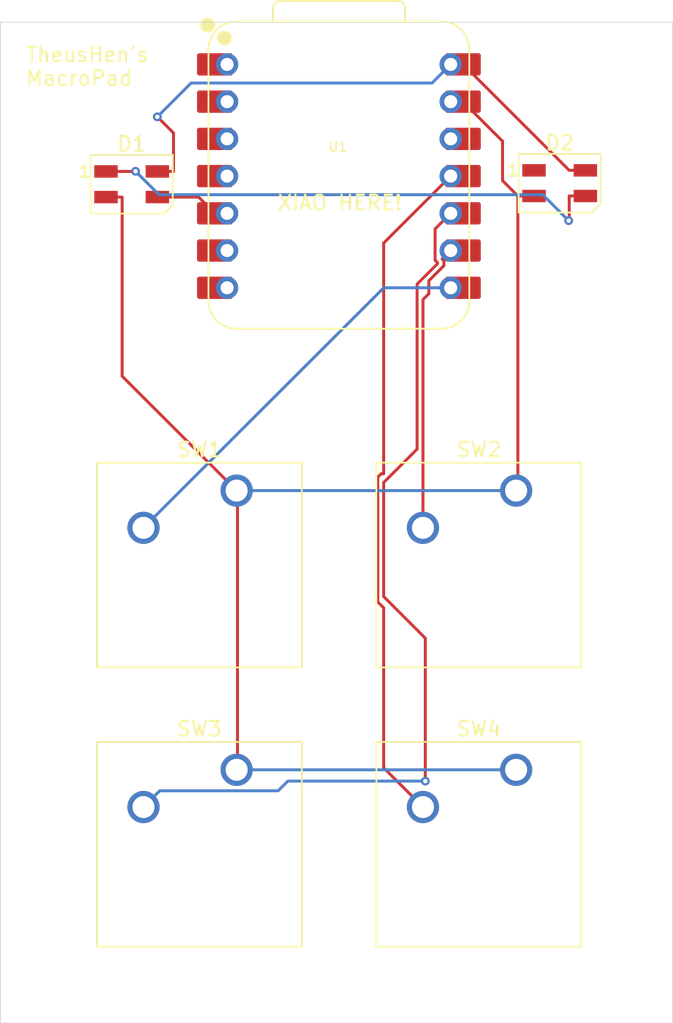
<source format=kicad_pcb>
(kicad_pcb (version 20241229) (generator "pcbnew") (generator_version "9.0")
  (layers (0 "F.Cu" signal) (2 "B.Cu" signal) (13 "F.Paste" user) (15 "B.Paste" user) (5 "F.SilkS" user "F.Silkscreen") (7 "B.SilkS" user "B.Silkscreen") (1 "F.Mask" user) (3 "B.Mask" user) (25 "Edge.Cuts" user))
  (net 0 "")
  (net 1 "Net-(D1-DIN)")
  (net 2 "+5V")
  (net 3 "GND")
  (net 4 "Net-(D1-DOUT)")
  (net 6 "Net-(U1-GPIO1{slash}RX)")
  (net 7 "Net-(U1-GPIO2{slash}SCK)")
  (net 8 "Net-(U1-GPIO4{slash}MISO)")
  (net 9 "Net-(U1-GPIO3{slash}MOSI)")
  (net 10 "unconnected-(U1-GPIO7{slash}SCL-Pad6)")
  (net 11 "unconnected-(U1-GPIO27{slash}ADC1{slash}A1-Pad2)")
  (net 12 "unconnected-(U1-GPIO28{slash}ADC2{slash}A2-Pad3)")
  (net 13 "unconnected-(U1-GPIO26{slash}ADC0{slash}A0-Pad1)")
  (net 14 "unconnected-(U1-3V3-Pad12)")
  (net 15 "unconnected-(U1-GPIO0{slash}TX-Pad7)")
  (net 16 "unconnected-(U1-GPIO29{slash}ADC3{slash}A3-Pad4)")
  (footprint "Button_Switch_Keyboard:SW_Cherry_MX_1.00u_PCB" (layer "F.Cu") (at 170.18 95.25)
    (property "Reference" "SW4" (at -2.54 -2.794 0) (layer "F.SilkS"))
    (property "Value" "SW_Push")
    (fp_line (start -9.525 -1.905) (end 4.445 -1.905) (stroke (width 0.12)) (layer "F.SilkS"))
    (fp_line (start -9.525 12.065) (end -9.525 -1.905) (stroke (width 0.12)) (layer "F.SilkS"))
    (fp_line (start 4.445 -1.905) (end 4.445 12.065) (stroke (width 0.12)) (layer "F.SilkS"))
    (fp_line (start 4.445 12.065) (end -9.525 12.065) (stroke (width 0.12)) (layer "F.SilkS"))
    (pad "" np_thru_hole circle (at -7.62 5.08) (size 1.7 1.7) (drill 1.7) (layers "*.Cu" "*.Mask"))
    (pad "" np_thru_hole circle (at -2.54 5.08) (size 4 4) (drill 4) (layers "*.Cu" "*.Mask"))
    (pad "" np_thru_hole circle (at 2.54 5.08) (size 1.7 1.7) (drill 1.7) (layers "*.Cu" "*.Mask"))
    (pad "1" thru_hole circle (at 0 0) (size 2.2 2.2) (drill 1.5) (layers "*.Cu" "*.Mask") (net 3 "GND"))
    (pad "2" thru_hole circle (at -6.35 2.54) (size 2.2 2.2) (drill 1.5) (layers "*.Cu" "*.Mask") (net 9 "Net-(U1-GPIO3{slash}MOSI)"))
  )
  (footprint "Button_Switch_Keyboard:SW_Cherry_MX_1.00u_PCB" (layer "F.Cu") (at 151.13 95.25)
    (property "Reference" "SW3" (at -2.54 -2.794 0) (layer "F.SilkS"))
    (property "Value" "SW_Push")
    (fp_line (start -9.525 -1.905) (end 4.445 -1.905) (stroke (width 0.12)) (layer "F.SilkS"))
    (fp_line (start -9.525 12.065) (end -9.525 -1.905) (stroke (width 0.12)) (layer "F.SilkS"))
    (fp_line (start 4.445 -1.905) (end 4.445 12.065) (stroke (width 0.12)) (layer "F.SilkS"))
    (fp_line (start 4.445 12.065) (end -9.525 12.065) (stroke (width 0.12)) (layer "F.SilkS"))
    (pad "" np_thru_hole circle (at -7.62 5.08) (size 1.7 1.7) (drill 1.7) (layers "*.Cu" "*.Mask"))
    (pad "" np_thru_hole circle (at -2.54 5.08) (size 4 4) (drill 4) (layers "*.Cu" "*.Mask"))
    (pad "" np_thru_hole circle (at 2.54 5.08) (size 1.7 1.7) (drill 1.7) (layers "*.Cu" "*.Mask"))
    (pad "1" thru_hole circle (at 0 0) (size 2.2 2.2) (drill 1.5) (layers "*.Cu" "*.Mask") (net 3 "GND"))
    (pad "2" thru_hole circle (at -6.35 2.54) (size 2.2 2.2) (drill 1.5) (layers "*.Cu" "*.Mask") (net 8 "Net-(U1-GPIO4{slash}MISO)"))
  )
  (footprint "Button_Switch_Keyboard:SW_Cherry_MX_1.00u_PCB" (layer "F.Cu") (at 170.18 76.2)
    (property "Reference" "SW2" (at -2.54 -2.794 0) (layer "F.SilkS"))
    (property "Value" "SW_Push")
    (fp_line (start -9.525 -1.905) (end 4.445 -1.905) (stroke (width 0.12)) (layer "F.SilkS"))
    (fp_line (start -9.525 12.065) (end -9.525 -1.905) (stroke (width 0.12)) (layer "F.SilkS"))
    (fp_line (start 4.445 -1.905) (end 4.445 12.065) (stroke (width 0.12)) (layer "F.SilkS"))
    (fp_line (start 4.445 12.065) (end -9.525 12.065) (stroke (width 0.12)) (layer "F.SilkS"))
    (pad "" np_thru_hole circle (at -7.62 5.08) (size 1.7 1.7) (drill 1.7) (layers "*.Cu" "*.Mask"))
    (pad "" np_thru_hole circle (at -2.54 5.08) (size 4 4) (drill 4) (layers "*.Cu" "*.Mask"))
    (pad "" np_thru_hole circle (at 2.54 5.08) (size 1.7 1.7) (drill 1.7) (layers "*.Cu" "*.Mask"))
    (pad "1" thru_hole circle (at 0 0) (size 2.2 2.2) (drill 1.5) (layers "*.Cu" "*.Mask") (net 3 "GND"))
    (pad "2" thru_hole circle (at -6.35 2.54) (size 2.2 2.2) (drill 1.5) (layers "*.Cu" "*.Mask") (net 7 "Net-(U1-GPIO2{slash}SCK)"))
  )
  (footprint "LED_SMD:LED_SK6812MINI_PLCC4_3.5x3.5mm_P1.75mm" (layer "F.Cu") (at 173.15 55.225)
    (property "Reference" "D2" (at 0 -2.75 0) (layer "F.SilkS"))
    (property "Value" "SK6812MINI")
    (fp_line (start -2.8 -2) (end -2.8 2) (stroke (width 0.12)) (layer "F.SilkS"))
    (fp_line (start -2.8 -2) (end 2.8 -2) (stroke (width 0.12)) (layer "F.SilkS"))
    (fp_line (start -2.8 2) (end 2.2 2) (stroke (width 0.12)) (layer "F.SilkS"))
    (fp_line (start 2.8 1.4) (end 2.2 2) (stroke (width 0.12)) (layer "F.SilkS"))
    (fp_line (start 2.8 1.4) (end 2.8 -2) (stroke (width 0.12)) (layer "F.SilkS"))
    (fp_text user "1" (at -3.2 -0.875 0) (layer "F.SilkS") (effects (font (size 0.8 0.8))))
    (pad "1" smd rect (at -1.75 -0.875) (size 1.6 0.85) (layers "F.Cu" "F.Mask" "F.Paste"))
    (pad "2" smd rect (at -1.75 0.875) (size 1.6 0.85) (layers "F.Cu" "F.Mask" "F.Paste") (net 3 "GND"))
    (pad "3" smd rect (at 1.75 0.875) (size 1.6 0.85) (layers "F.Cu" "F.Mask" "F.Paste") (net 4 "Net-(D1-DOUT)"))
    (pad "4" smd rect (at 1.75 -0.875) (size 1.6 0.85) (layers "F.Cu" "F.Mask" "F.Paste") (net 2 "+5V"))
  )
  (footprint "OPL:XIAO-RP2040-DIP" (layer "F.Cu") (at 158.1 54.7435)
    (property "Reference" "U1" (at -0.075 -1.9935 0) (layer "F.SilkS") (effects (font (size 0.635 0.635) (thickness 0.1016))))
    (property "Value" "XIAO-RP2040-DIP")
    (fp_line (start -8.89 8.509) (end -8.89 -8.636) (stroke (width 0.127)) (layer "F.SilkS"))
    (fp_line (start -6.985 10.414) (end 6.985 10.414) (stroke (width 0.127)) (layer "F.SilkS"))
    (fp_line (start -4.495 -10.541) (end -4.491272 -11.451272) (stroke (width 0.127)) (layer "F.SilkS"))
    (fp_line (start -3.991272 -11.951) (end 4.004 -11.951) (stroke (width 0.127)) (layer "F.SilkS"))
    (fp_line (start 4.504 -11.451) (end 4.504 -10.541) (stroke (width 0.127)) (layer "F.SilkS"))
    (fp_line (start 6.985 -10.541) (end -6.985 -10.541) (stroke (width 0.1)) (layer "F.SilkS"))
    (fp_line (start 6.985 -10.541) (end -6.985 -10.541) (stroke (width 0.127)) (layer "F.SilkS"))
    (fp_line (start 8.89 8.509) (end 8.89 -8.636) (stroke (width 0.127)) (layer "F.SilkS"))
    (fp_arc (start -8.89 -8.636) (mid -8.332038 -9.983038) (end -6.985 -10.541) (stroke (width 0.127)) (layer "F.SilkS"))
    (fp_arc (start -6.985 10.414) (mid -8.332038 9.856038) (end -8.89 8.509) (stroke (width 0.127)) (layer "F.SilkS"))
    (fp_arc (start -4.491272 -11.451272) (mid -4.344728 -11.80464) (end -3.991272 -11.951) (stroke (width 0.127)) (layer "F.SilkS"))
    (fp_arc (start 4.004 -11.951) (mid 4.357553 -11.804553) (end 4.504 -11.451) (stroke (width 0.127)) (layer "F.SilkS"))
    (fp_arc (start 6.985 -10.541) (mid 8.332038 -9.983038) (end 8.89 -8.636) (stroke (width 0.127)) (layer "F.SilkS"))
    (fp_arc (start 8.89 8.509) (mid 8.332038 9.856038) (end 6.985 10.414) (stroke (width 0.127)) (layer "F.SilkS"))
    (fp_circle (center -8.95 -10.3) (end -8.95 -10.554) (stroke (width 0.5)) (fill yes) (layer "F.SilkS"))
    (fp_circle (center -7.807 -9.42) (end -7.807 -9.674) (stroke (width 0.5)) (fill yes) (layer "F.SilkS"))
    (pad "1" smd roundrect (at -8.455 -7.62 180) (size 2.432 1.524) (layers "F.Cu" "F.Mask") (roundrect_rratio 0.1) (net 13 "unconnected-(U1-GPIO26{slash}ADC0{slash}A0-Pad1)"))
    (pad "1" thru_hole circle (at -7.62 -7.62 180) (size 1.524 1.524) (drill 0.889) (layers "*.Cu" "*.Mask") (net 13 "unconnected-(U1-GPIO26{slash}ADC0{slash}A0-Pad1)"))
    (pad "2" smd roundrect (at -8.455 -5.08 180) (size 2.432 1.524) (layers "F.Cu" "F.Mask") (roundrect_rratio 0.1) (net 11 "unconnected-(U1-GPIO27{slash}ADC1{slash}A1-Pad2)"))
    (pad "2" thru_hole circle (at -7.62 -5.08 180) (size 1.524 1.524) (drill 0.889) (layers "*.Cu" "*.Mask") (net 11 "unconnected-(U1-GPIO27{slash}ADC1{slash}A1-Pad2)"))
    (pad "3" smd roundrect (at -8.455 -2.54 180) (size 2.432 1.524) (layers "F.Cu" "F.Mask") (roundrect_rratio 0.1) (net 12 "unconnected-(U1-GPIO28{slash}ADC2{slash}A2-Pad3)"))
    (pad "3" thru_hole circle (at -7.62 -2.54 180) (size 1.524 1.524) (drill 0.889) (layers "*.Cu" "*.Mask") (net 12 "unconnected-(U1-GPIO28{slash}ADC2{slash}A2-Pad3)"))
    (pad "4" smd roundrect (at -8.455 0 180) (size 2.432 1.524) (layers "F.Cu" "F.Mask") (roundrect_rratio 0.1) (net 16 "unconnected-(U1-GPIO29{slash}ADC3{slash}A3-Pad4)"))
    (pad "4" thru_hole circle (at -7.62 0 180) (size 1.524 1.524) (drill 0.889) (layers "*.Cu" "*.Mask") (net 16 "unconnected-(U1-GPIO29{slash}ADC3{slash}A3-Pad4)"))
    (pad "5" smd roundrect (at -8.455 2.54 180) (size 2.432 1.524) (layers "F.Cu" "F.Mask") (roundrect_rratio 0.1) (net 1 "Net-(D1-DIN)"))
    (pad "5" thru_hole circle (at -7.62 2.54 180) (size 1.524 1.524) (drill 0.889) (layers "*.Cu" "*.Mask") (net 1 "Net-(D1-DIN)"))
    (pad "6" smd roundrect (at -8.455 5.08 180) (size 2.432 1.524) (layers "F.Cu" "F.Mask") (roundrect_rratio 0.1) (net 10 "unconnected-(U1-GPIO7{slash}SCL-Pad6)"))
    (pad "6" thru_hole circle (at -7.62 5.08 180) (size 1.524 1.524) (drill 0.889) (layers "*.Cu" "*.Mask") (net 10 "unconnected-(U1-GPIO7{slash}SCL-Pad6)"))
    (pad "7" smd roundrect (at -8.455 7.62 180) (size 2.432 1.524) (layers "F.Cu" "F.Mask") (roundrect_rratio 0.1) (net 15 "unconnected-(U1-GPIO0{slash}TX-Pad7)"))
    (pad "7" thru_hole circle (at -7.62 7.62 180) (size 1.524 1.524) (drill 0.889) (layers "*.Cu" "*.Mask") (net 15 "unconnected-(U1-GPIO0{slash}TX-Pad7)"))
    (pad "8" thru_hole circle (at 7.62 7.62) (size 1.524 1.524) (drill 0.889) (layers "*.Cu" "*.Mask") (net 6 "Net-(U1-GPIO1{slash}RX)"))
    (pad "8" smd roundrect (at 8.455 7.62) (size 2.432 1.524) (layers "F.Cu" "F.Mask") (roundrect_rratio 0.1) (net 6 "Net-(U1-GPIO1{slash}RX)"))
    (pad "9" thru_hole circle (at 7.62 5.08) (size 1.524 1.524) (drill 0.889) (layers "*.Cu" "*.Mask") (net 7 "Net-(U1-GPIO2{slash}SCK)"))
    (pad "9" smd roundrect (at 8.455 5.08) (size 2.432 1.524) (layers "F.Cu" "F.Mask") (roundrect_rratio 0.1) (net 7 "Net-(U1-GPIO2{slash}SCK)"))
    (pad "10" thru_hole circle (at 7.62 2.54) (size 1.524 1.524) (drill 0.889) (layers "*.Cu" "*.Mask") (net 8 "Net-(U1-GPIO4{slash}MISO)"))
    (pad "10" smd roundrect (at 8.455 2.54) (size 2.432 1.524) (layers "F.Cu" "F.Mask") (roundrect_rratio 0.1) (net 8 "Net-(U1-GPIO4{slash}MISO)"))
    (pad "11" thru_hole circle (at 7.62 0) (size 1.524 1.524) (drill 0.889) (layers "*.Cu" "*.Mask") (net 9 "Net-(U1-GPIO3{slash}MOSI)"))
    (pad "11" smd roundrect (at 8.455 0) (size 2.432 1.524) (layers "F.Cu" "F.Mask") (roundrect_rratio 0.1) (net 9 "Net-(U1-GPIO3{slash}MOSI)"))
    (pad "12" thru_hole circle (at 7.62 -2.54) (size 1.524 1.524) (drill 0.889) (layers "*.Cu" "*.Mask") (net 14 "unconnected-(U1-3V3-Pad12)"))
    (pad "12" smd roundrect (at 8.455 -2.54) (size 2.432 1.524) (layers "F.Cu" "F.Mask") (roundrect_rratio 0.1) (net 14 "unconnected-(U1-3V3-Pad12)"))
    (pad "13" thru_hole circle (at 7.62 -5.08) (size 1.524 1.524) (drill 0.889) (layers "*.Cu" "*.Mask") (net 3 "GND"))
    (pad "13" smd roundrect (at 8.455 -5.08) (size 2.432 1.524) (layers "F.Cu" "F.Mask") (roundrect_rratio 0.1) (net 3 "GND"))
    (pad "14" thru_hole circle (at 7.62 -7.62) (size 1.524 1.524) (drill 0.889) (layers "*.Cu" "*.Mask") (net 2 "+5V"))
    (pad "14" smd roundrect (at 8.455 -7.62) (size 2.432 1.524) (layers "F.Cu" "F.Mask") (roundrect_rratio 0.1) (net 2 "+5V"))
  )
  (footprint "Button_Switch_Keyboard:SW_Cherry_MX_1.00u_PCB" (layer "F.Cu") (at 151.13 76.2)
    (property "Reference" "SW1" (at -2.54 -2.794 0) (layer "F.SilkS"))
    (property "Value" "SW_Push")
    (fp_line (start -9.525 -1.905) (end 4.445 -1.905) (stroke (width 0.12)) (layer "F.SilkS"))
    (fp_line (start -9.525 12.065) (end -9.525 -1.905) (stroke (width 0.12)) (layer "F.SilkS"))
    (fp_line (start 4.445 -1.905) (end 4.445 12.065) (stroke (width 0.12)) (layer "F.SilkS"))
    (fp_line (start 4.445 12.065) (end -9.525 12.065) (stroke (width 0.12)) (layer "F.SilkS"))
    (pad "" np_thru_hole circle (at -7.62 5.08) (size 1.7 1.7) (drill 1.7) (layers "*.Cu" "*.Mask"))
    (pad "" np_thru_hole circle (at -2.54 5.08) (size 4 4) (drill 4) (layers "*.Cu" "*.Mask"))
    (pad "" np_thru_hole circle (at 2.54 5.08) (size 1.7 1.7) (drill 1.7) (layers "*.Cu" "*.Mask"))
    (pad "1" thru_hole circle (at 0 0) (size 2.2 2.2) (drill 1.5) (layers "*.Cu" "*.Mask") (net 3 "GND"))
    (pad "2" thru_hole circle (at -6.35 2.54) (size 2.2 2.2) (drill 1.5) (layers "*.Cu" "*.Mask") (net 6 "Net-(U1-GPIO1{slash}RX)"))
  )
  (footprint "LED_SMD:LED_SK6812MINI_PLCC4_3.5x3.5mm_P1.75mm" (layer "F.Cu") (at 143.975 55.3)
    (property "Reference" "D1" (at 0 -2.75 0) (layer "F.SilkS"))
    (property "Value" "SK6812MINI")
    (fp_line (start -2.8 -2) (end -2.8 2) (stroke (width 0.12)) (layer "F.SilkS"))
    (fp_line (start -2.8 -2) (end 2.8 -2) (stroke (width 0.12)) (layer "F.SilkS"))
    (fp_line (start -2.8 2) (end 2.2 2) (stroke (width 0.12)) (layer "F.SilkS"))
    (fp_line (start 2.8 1.4) (end 2.2 2) (stroke (width 0.12)) (layer "F.SilkS"))
    (fp_line (start 2.8 1.4) (end 2.8 -2) (stroke (width 0.12)) (layer "F.SilkS"))
    (fp_text user "1" (at -3.2 -0.875 0) (layer "F.SilkS") (effects (font (size 0.8 0.8))))
    (pad "1" smd rect (at -1.75 -0.875) (size 1.6 0.85) (layers "F.Cu" "F.Mask" "F.Paste") (net 4 "Net-(D1-DOUT)"))
    (pad "2" smd rect (at -1.75 0.875) (size 1.6 0.85) (layers "F.Cu" "F.Mask" "F.Paste") (net 3 "GND"))
    (pad "3" smd rect (at 1.75 0.875) (size 1.6 0.85) (layers "F.Cu" "F.Mask" "F.Paste") (net 1 "Net-(D1-DIN)"))
    (pad "4" smd rect (at 1.75 -0.875) (size 1.6 0.85) (layers "F.Cu" "F.Mask" "F.Paste") (net 2 "+5V"))
  )
  (gr_rect (start 135.025 44.25) (end 180.85 112.525) (stroke (width 0.05)) (fill no) (layer "Edge.Cuts"))
  (gr_text "XIAO HERE!" (at 153.85 57.15 0) (layer "F.SilkS") (effects (font (size 1 1)) (justify left bottom)))
  (gr_text "TheusHen's\nMacroPad" (at 136.675 48.65 0) (layer "F.SilkS") (effects (font (size 1 1)) (justify left bottom)))
  (segment (start 145.725 56.175) (end 148.5365 56.175) (width 0.2) (layer "F.Cu") (net 1))
  (segment (start 148.5365 56.175) (end 149.645 57.2835) (width 0.2) (layer "F.Cu") (net 1))
  (segment (start 150.48 57.2835) (end 149.645 57.2835) (width 0.2) (layer "F.Cu") (net 1))
  (segment (start 165.72 47.1235) (end 166.555 47.1235) (width 0.2) (layer "F.Cu") (net 2))
  (segment (start 166.5718 47.1235) (end 173.7983 54.35) (width 0.2) (layer "F.Cu") (net 2))
  (segment (start 166.555 47.1235) (end 166.5718 47.1235) (width 0.2) (layer "F.Cu") (net 2))
  (segment (start 145.725 54.425) (end 146.8267 54.425) (width 0.2) (layer "F.Cu") (net 2))
  (segment (start 146.8267 54.425) (end 146.8267 51.8015) (width 0.2) (layer "F.Cu") (net 2))
  (segment (start 174.9 54.35) (end 173.7983 54.35) (width 0.2) (layer "F.Cu") (net 2))
  (segment (start 146.8267 51.8015) (end 145.725 50.6998) (width 0.2) (layer "F.Cu") (net 2))
  (via (at 145.725 50.6998) (size 0.6) (drill 0.3) (layers "F.Cu" "B.Cu") (net 2))
  (segment (start 147.4299 48.9949) (end 148.0313 48.3935) (width 0.2) (layer "B.Cu") (net 2))
  (segment (start 147.4299 48.9949) (end 145.725 50.6998) (width 0.2) (layer "B.Cu") (net 2))
  (segment (start 164.45 48.3935) (end 165.72 47.1235) (width 0.2) (layer "B.Cu") (net 2))
  (segment (start 148.0313 48.3935) (end 164.45 48.3935) (width 0.2) (layer "B.Cu") (net 2))
  (segment (start 170.2983 76.0817) (end 170.18 76.2) (width 0.2) (layer "F.Cu") (net 3))
  (segment (start 143.3267 56.175) (end 143.3267 68.3967) (width 0.2) (layer "F.Cu") (net 3))
  (segment (start 151.1881 76.2581) (end 151.13 76.2) (width 0.2) (layer "F.Cu") (net 3))
  (segment (start 171.4 56.1) (end 170.3992 56.1) (width 0.2) (layer "F.Cu") (net 3))
  (segment (start 142.225 56.175) (end 143.3267 56.175) (width 0.2) (layer "F.Cu") (net 3))
  (segment (start 151.13 95.25) (end 151.1881 95.1919) (width 0.2) (layer "F.Cu") (net 3))
  (segment (start 170.2983 56.1) (end 170.2983 76.0817) (width 0.2) (layer "F.Cu") (net 3))
  (segment (start 169.2543 52.3628) (end 166.555 49.6635) (width 0.2) (layer "F.Cu") (net 3))
  (segment (start 151.1881 95.1919) (end 151.1881 76.2581) (width 0.2) (layer "F.Cu") (net 3))
  (segment (start 170.2998 56.1) (end 169.2543 55.0545) (width 0.2) (layer "F.Cu") (net 3))
  (segment (start 170.3992 56.1) (end 170.2998 56.1) (width 0.2) (layer "F.Cu") (net 3))
  (segment (start 169.2543 55.0545) (end 169.2543 52.3628) (width 0.2) (layer "F.Cu") (net 3))
  (segment (start 143.3267 68.3967) (end 151.13 76.2) (width 0.2) (layer "F.Cu") (net 3))
  (segment (start 165.72 49.6635) (end 166.555 49.6635) (width 0.2) (layer "F.Cu") (net 3))
  (segment (start 170.2998 56.1) (end 170.2983 56.1) (width 0.2) (layer "F.Cu") (net 3))
  (segment (start 151.13 76.2) (end 170.18 76.2) (width 0.2) (layer "B.Cu") (net 3))
  (segment (start 151.13 95.25) (end 170.18 95.25) (width 0.2) (layer "B.Cu") (net 3))
  (segment (start 144.2304 54.425) (end 144.2399 54.4155) (width 0.2) (layer "F.Cu") (net 4))
  (segment (start 174.9 56.1) (end 173.7983 56.1) (width 0.2) (layer "F.Cu") (net 4))
  (segment (start 173.7983 57.741) (end 173.7983 56.1) (width 0.2) (layer "F.Cu") (net 4))
  (segment (start 142.225 54.425) (end 144.2304 54.425) (width 0.2) (layer "F.Cu") (net 4))
  (segment (start 144.2304 54.425) (end 144.2399 54.4155) (width 0.2) (layer "F.Cu") (net 4))
  (segment (start 173.7591 57.7802) (end 173.7983 57.741) (width 0.2) (layer "F.Cu") (net 4))
  (segment (start 173.7983 57.741) (end 173.7591 57.7802) (width 0.2) (layer "F.Cu") (net 4))
  (segment (start 144.2399 54.4155) (end 144.2304 54.425) (width 0.2) (layer "F.Cu") (net 4))
  (segment (start 173.7591 57.7802) (end 173.7983 57.741) (width 0.2) (layer "F.Cu") (net 4))
  (via (at 144.2399 54.4155) (size 0.6) (drill 0.3) (layers "F.Cu" "B.Cu") (net 4))
  (via (at 173.7591 57.7802) (size 0.6) (drill 0.3) (layers "F.Cu" "B.Cu") (net 4))
  (segment (start 173.7591 57.7802) (end 173.7983 57.741) (width 0.2) (layer "B.Cu") (net 4))
  (segment (start 173.7983 57.741) (end 173.7591 57.7802) (width 0.2) (layer "B.Cu") (net 4))
  (segment (start 171.9924 56.0135) (end 173.7591 57.7802) (width 0.2) (layer "B.Cu") (net 4))
  (segment (start 144.2399 54.4155) (end 145.8379 56.0135) (width 0.2) (layer "B.Cu") (net 4))
  (segment (start 145.8379 56.0135) (end 171.9924 56.0135) (width 0.2) (layer "B.Cu") (net 4))
  (segment (start 144.2399 54.4155) (end 144.2304 54.425) (width 0.2) (layer "B.Cu") (net 4))
  (segment (start 144.2304 54.425) (end 144.2399 54.4155) (width 0.2) (layer "B.Cu") (net 4))
  (segment (start 165.72 62.3635) (end 166.555 62.3635) (width 0.2) (layer "F.Cu") (net 6))
  (segment (start 165.72 62.3635) (end 161.1565 62.3635) (width 0.2) (layer "B.Cu") (net 6))
  (segment (start 161.1565 62.3635) (end 144.78 78.74) (width 0.2) (layer "B.Cu") (net 6))
  (segment (start 163.8315 73.5383) (end 163.8315 63.1667) (width 0.2) (layer "F.Cu") (net 7))
  (segment (start 165.2595 60.852) (end 165.2595 60.5194) (width 0.2) (layer "F.Cu") (net 7))
  (segment (start 163.83 73.5398) (end 163.8315 73.5383) (width 0.2) (layer "F.Cu") (net 7))
  (segment (start 164.2317 61.8798) (end 165.2595 60.852) (width 0.2) (layer "F.Cu") (net 7))
  (segment (start 164.2317 62.7665) (end 164.2317 61.8798) (width 0.2) (layer "F.Cu") (net 7))
  (segment (start 165.2595 60.5194) (end 165.1418 60.4017) (width 0.2) (layer "F.Cu") (net 7))
  (segment (start 165.72 59.8235) (end 166.555 59.8235) (width 0.2) (layer "F.Cu") (net 7))
  (segment (start 165.1418 60.4017) (end 165.72 59.8235) (width 0.2) (layer "F.Cu") (net 7))
  (segment (start 163.83 78.74) (end 163.83 73.5398) (width 0.2) (layer "F.Cu") (net 7))
  (segment (start 163.8315 63.1667) (end 164.2317 62.7665) (width 0.2) (layer "F.Cu") (net 7))
  (segment (start 163.9884 86.2663) (end 163.9884 96.02) (width 0.2) (layer "F.Cu") (net 8))
  (segment (start 166.0962 57.2835) (end 165.9081 57.2835) (width 0.2) (layer "F.Cu") (net 8))
  (segment (start 165.8668 57.2835) (end 165.72 57.2835) (width 0.2) (layer "F.Cu") (net 8))
  (segment (start 165.9081 57.2835) (end 165.8668 57.2835) (width 0.2) (layer "F.Cu") (net 8))
  (segment (start 164.8165 60.727) (end 163.4298 62.1137) (width 0.2) (layer "F.Cu") (net 8))
  (segment (start 163.4298 73.3719) (end 161.1521 75.6496) (width 0.2) (layer "F.Cu") (net 8))
  (segment (start 166.1375 57.2835) (end 166.0962 57.2835) (width 0.2) (layer "F.Cu") (net 8))
  (segment (start 166.555 57.2835) (end 166.1375 57.2835) (width 0.2) (layer "F.Cu") (net 8))
  (segment (start 161.1521 75.6496) (end 161.1521 83.43) (width 0.2) (layer "F.Cu") (net 8))
  (segment (start 164.6563 60.4842) (end 164.8165 60.6444) (width 0.2) (layer "F.Cu") (net 8))
  (segment (start 164.8165 60.6444) (end 164.8165 60.727) (width 0.2) (layer "F.Cu") (net 8))
  (segment (start 161.1521 83.43) (end 163.9884 86.2663) (width 0.2) (layer "F.Cu") (net 8))
  (segment (start 165.72 57.2835) (end 164.6563 58.3472) (width 0.2) (layer "F.Cu") (net 8))
  (segment (start 164.6563 58.3472) (end 164.6563 60.4842) (width 0.2) (layer "F.Cu") (net 8))
  (segment (start 163.4298 62.1137) (end 163.4298 73.3719) (width 0.2) (layer "F.Cu") (net 8))
  (via (at 163.9884 96.02) (size 0.6) (drill 0.3) (layers "F.Cu" "B.Cu") (net 8))
  (segment (start 153.958 96.6817) (end 145.8883 96.6817) (width 0.2) (layer "B.Cu") (net 8))
  (segment (start 163.9884 96.02) (end 154.6197 96.02) (width 0.2) (layer "B.Cu") (net 8))
  (segment (start 145.8883 96.6817) (end 144.78 97.79) (width 0.2) (layer "B.Cu") (net 8))
  (segment (start 154.6197 96.02) (end 153.958 96.6817) (width 0.2) (layer "B.Cu") (net 8))
  (segment (start 161.1521 59.3114) (end 161.1521 75.048) (width 0.2) (layer "F.Cu") (net 9))
  (segment (start 161.1521 75.048) (end 160.9858 75.048) (width 0.2) (layer "F.Cu") (net 9))
  (segment (start 166.555 54.7435) (end 165.72 54.7435) (width 0.2) (layer "F.Cu") (net 9))
  (segment (start 160.9858 84.0319) (end 161.1521 84.1982) (width 0.2) (layer "F.Cu") (net 9))
  (segment (start 160.9858 75.048) (end 160.7504 75.2834) (width 0.2) (layer "F.Cu") (net 9))
  (segment (start 160.7504 83.7965) (end 160.9858 84.0319) (width 0.2) (layer "F.Cu") (net 9))
  (segment (start 165.72 54.7435) (end 161.1521 59.3114) (width 0.2) (layer "F.Cu") (net 9))
  (segment (start 160.7504 75.2834) (end 160.7504 83.7965) (width 0.2) (layer "F.Cu") (net 9))
  (segment (start 161.1521 95.1121) (end 163.83 97.79) (width 0.2) (layer "F.Cu") (net 9))
  (segment (start 160.9858 84.0319) (end 161.1521 84.1982) (width 0.2) (layer "F.Cu") (net 9))
  (segment (start 161.1521 84.1982) (end 161.1521 95.1121) (width 0.2) (layer "F.Cu") (net 9))
  (segment (start 150.48 59.8235) (end 149.645 59.8235) (width 0.2) (layer "F.Cu") (net 10))
  (segment (start 149.645 49.6635) (end 150.48 49.6635) (width 0.2) (layer "F.Cu") (net 11))
  (segment (start 150.48 52.2035) (end 149.645 52.2035) (width 0.2) (layer "F.Cu") (net 12))
  (segment (start 149.645 47.1235) (end 150.48 47.1235) (width 0.2) (layer "F.Cu") (net 13))
  (segment (start 165.72 52.2035) (end 166.555 52.2035) (width 0.2) (layer "F.Cu") (net 14))
  (segment (start 150.48 62.3635) (end 149.645 62.3635) (width 0.2) (layer "F.Cu") (net 15))
  (segment (start 150.48 54.7435) (end 149.645 54.7435) (width 0.2) (layer "F.Cu") (net 16))
)
</source>
